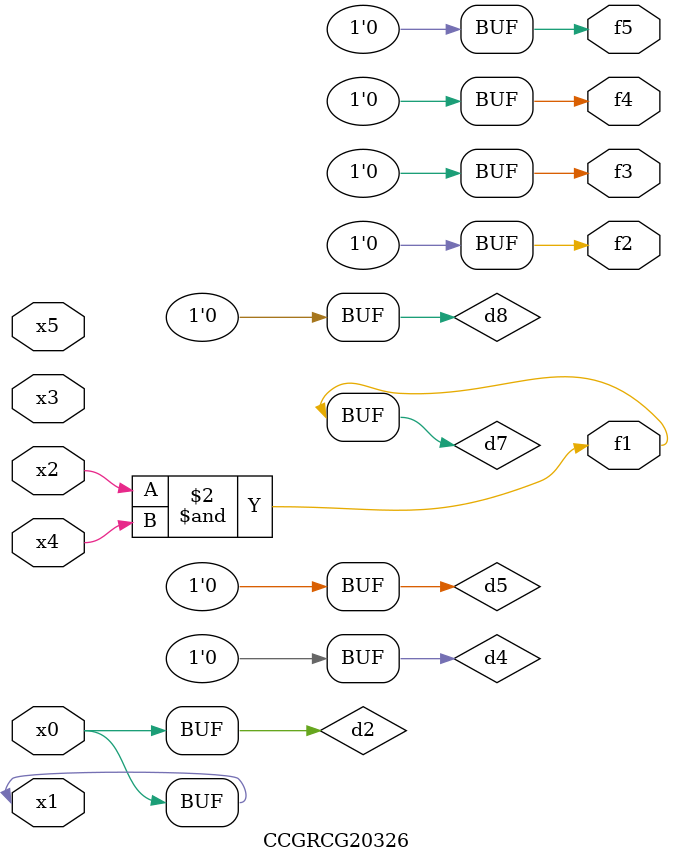
<source format=v>
module CCGRCG20326(
	input x0, x1, x2, x3, x4, x5,
	output f1, f2, f3, f4, f5
);

	wire d1, d2, d3, d4, d5, d6, d7, d8, d9;

	nand (d1, x1);
	buf (d2, x0, x1);
	nand (d3, x2, x4);
	and (d4, d1, d2);
	and (d5, d1, d2);
	nand (d6, d1, d3);
	not (d7, d3);
	xor (d8, d5);
	nor (d9, d5, d6);
	assign f1 = d7;
	assign f2 = d8;
	assign f3 = d8;
	assign f4 = d8;
	assign f5 = d8;
endmodule

</source>
